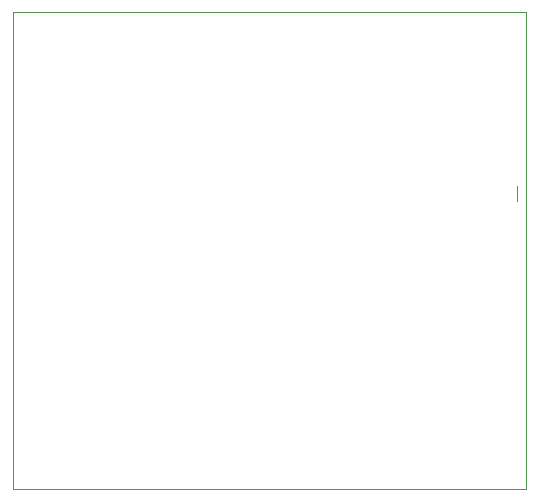
<source format=gbr>
%TF.GenerationSoftware,KiCad,Pcbnew,(6.0.7-1)-1*%
%TF.CreationDate,2022-09-04T19:45:35+02:00*%
%TF.ProjectId,PEQUENA,50455155-454e-4412-9e6b-696361645f70,rev?*%
%TF.SameCoordinates,Original*%
%TF.FileFunction,Profile,NP*%
%FSLAX46Y46*%
G04 Gerber Fmt 4.6, Leading zero omitted, Abs format (unit mm)*
G04 Created by KiCad (PCBNEW (6.0.7-1)-1) date 2022-09-04 19:45:35*
%MOMM*%
%LPD*%
G01*
G04 APERTURE LIST*
%TA.AperFunction,Profile*%
%ADD10C,0.050000*%
%TD*%
G04 APERTURE END LIST*
D10*
X80972000Y-45732000D02*
X80972000Y-44462000D01*
X38354000Y-29718000D02*
X81788000Y-29718000D01*
X81788000Y-29718000D02*
X81788000Y-70104000D01*
X81788000Y-70104000D02*
X38354000Y-70104000D01*
X38354000Y-70104000D02*
X38354000Y-29718000D01*
M02*

</source>
